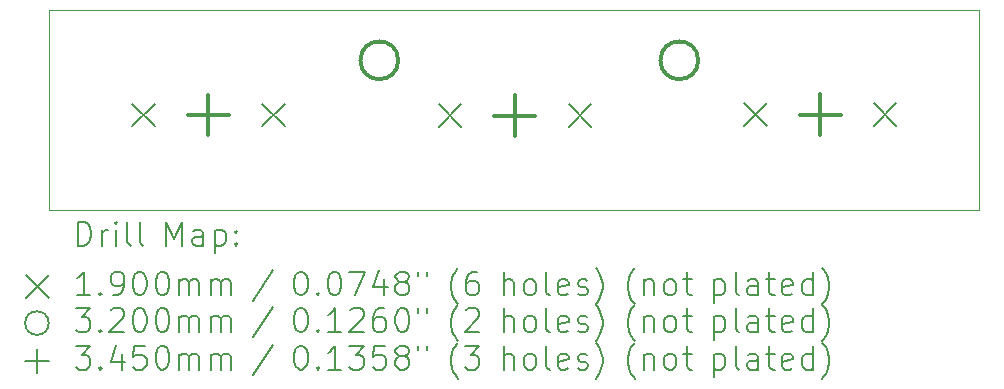
<source format=gbr>
%TF.GenerationSoftware,KiCad,Pcbnew,(7.0.0)*%
%TF.CreationDate,2023-05-23T21:52:25+07:00*%
%TF.ProjectId,bottom_keyboard_pcb,626f7474-6f6d-45f6-9b65-79626f617264,rev?*%
%TF.SameCoordinates,Original*%
%TF.FileFunction,Drillmap*%
%TF.FilePolarity,Positive*%
%FSLAX45Y45*%
G04 Gerber Fmt 4.5, Leading zero omitted, Abs format (unit mm)*
G04 Created by KiCad (PCBNEW (7.0.0)) date 2023-05-23 21:52:25*
%MOMM*%
%LPD*%
G01*
G04 APERTURE LIST*
%ADD10C,0.100000*%
%ADD11C,0.200000*%
%ADD12C,0.190000*%
%ADD13C,0.320000*%
%ADD14C,0.345000*%
G04 APERTURE END LIST*
D10*
X10033000Y-8842404D02*
X17907000Y-8842404D01*
X17907000Y-8842404D02*
X17907000Y-10541000D01*
X17907000Y-10541000D02*
X10033000Y-10541000D01*
X10033000Y-10541000D02*
X10033000Y-8842404D01*
D11*
D12*
X10734526Y-9639210D02*
X10924526Y-9829210D01*
X10924526Y-9639210D02*
X10734526Y-9829210D01*
X11834526Y-9639210D02*
X12024526Y-9829210D01*
X12024526Y-9639210D02*
X11834526Y-9829210D01*
X13329000Y-9645000D02*
X13519000Y-9835000D01*
X13519000Y-9645000D02*
X13329000Y-9835000D01*
X14429000Y-9645000D02*
X14619000Y-9835000D01*
X14619000Y-9645000D02*
X14429000Y-9835000D01*
X15915551Y-9635802D02*
X16105551Y-9825802D01*
X16105551Y-9635802D02*
X15915551Y-9825802D01*
X17015552Y-9635802D02*
X17205552Y-9825802D01*
X17205552Y-9635802D02*
X17015552Y-9825802D01*
D13*
X12987000Y-9271000D02*
G75*
G03*
X12987000Y-9271000I-160000J0D01*
G01*
X15527000Y-9271000D02*
G75*
G03*
X15527000Y-9271000I-160000J0D01*
G01*
D14*
X11379526Y-9561710D02*
X11379526Y-9906710D01*
X11207026Y-9734210D02*
X11552026Y-9734210D01*
X13974000Y-9567500D02*
X13974000Y-9912500D01*
X13801500Y-9740000D02*
X14146500Y-9740000D01*
X16560551Y-9558302D02*
X16560551Y-9903302D01*
X16388051Y-9730802D02*
X16733051Y-9730802D01*
D11*
X10275619Y-10839476D02*
X10275619Y-10639476D01*
X10275619Y-10639476D02*
X10323238Y-10639476D01*
X10323238Y-10639476D02*
X10351810Y-10649000D01*
X10351810Y-10649000D02*
X10370857Y-10668048D01*
X10370857Y-10668048D02*
X10380381Y-10687095D01*
X10380381Y-10687095D02*
X10389905Y-10725190D01*
X10389905Y-10725190D02*
X10389905Y-10753762D01*
X10389905Y-10753762D02*
X10380381Y-10791857D01*
X10380381Y-10791857D02*
X10370857Y-10810905D01*
X10370857Y-10810905D02*
X10351810Y-10829952D01*
X10351810Y-10829952D02*
X10323238Y-10839476D01*
X10323238Y-10839476D02*
X10275619Y-10839476D01*
X10475619Y-10839476D02*
X10475619Y-10706143D01*
X10475619Y-10744238D02*
X10485143Y-10725190D01*
X10485143Y-10725190D02*
X10494667Y-10715667D01*
X10494667Y-10715667D02*
X10513714Y-10706143D01*
X10513714Y-10706143D02*
X10532762Y-10706143D01*
X10599429Y-10839476D02*
X10599429Y-10706143D01*
X10599429Y-10639476D02*
X10589905Y-10649000D01*
X10589905Y-10649000D02*
X10599429Y-10658524D01*
X10599429Y-10658524D02*
X10608952Y-10649000D01*
X10608952Y-10649000D02*
X10599429Y-10639476D01*
X10599429Y-10639476D02*
X10599429Y-10658524D01*
X10723238Y-10839476D02*
X10704190Y-10829952D01*
X10704190Y-10829952D02*
X10694667Y-10810905D01*
X10694667Y-10810905D02*
X10694667Y-10639476D01*
X10828000Y-10839476D02*
X10808952Y-10829952D01*
X10808952Y-10829952D02*
X10799429Y-10810905D01*
X10799429Y-10810905D02*
X10799429Y-10639476D01*
X11024190Y-10839476D02*
X11024190Y-10639476D01*
X11024190Y-10639476D02*
X11090857Y-10782333D01*
X11090857Y-10782333D02*
X11157524Y-10639476D01*
X11157524Y-10639476D02*
X11157524Y-10839476D01*
X11338476Y-10839476D02*
X11338476Y-10734714D01*
X11338476Y-10734714D02*
X11328952Y-10715667D01*
X11328952Y-10715667D02*
X11309905Y-10706143D01*
X11309905Y-10706143D02*
X11271809Y-10706143D01*
X11271809Y-10706143D02*
X11252762Y-10715667D01*
X11338476Y-10829952D02*
X11319428Y-10839476D01*
X11319428Y-10839476D02*
X11271809Y-10839476D01*
X11271809Y-10839476D02*
X11252762Y-10829952D01*
X11252762Y-10829952D02*
X11243238Y-10810905D01*
X11243238Y-10810905D02*
X11243238Y-10791857D01*
X11243238Y-10791857D02*
X11252762Y-10772810D01*
X11252762Y-10772810D02*
X11271809Y-10763286D01*
X11271809Y-10763286D02*
X11319428Y-10763286D01*
X11319428Y-10763286D02*
X11338476Y-10753762D01*
X11433714Y-10706143D02*
X11433714Y-10906143D01*
X11433714Y-10715667D02*
X11452762Y-10706143D01*
X11452762Y-10706143D02*
X11490857Y-10706143D01*
X11490857Y-10706143D02*
X11509905Y-10715667D01*
X11509905Y-10715667D02*
X11519428Y-10725190D01*
X11519428Y-10725190D02*
X11528952Y-10744238D01*
X11528952Y-10744238D02*
X11528952Y-10801381D01*
X11528952Y-10801381D02*
X11519428Y-10820429D01*
X11519428Y-10820429D02*
X11509905Y-10829952D01*
X11509905Y-10829952D02*
X11490857Y-10839476D01*
X11490857Y-10839476D02*
X11452762Y-10839476D01*
X11452762Y-10839476D02*
X11433714Y-10829952D01*
X11614667Y-10820429D02*
X11624190Y-10829952D01*
X11624190Y-10829952D02*
X11614667Y-10839476D01*
X11614667Y-10839476D02*
X11605143Y-10829952D01*
X11605143Y-10829952D02*
X11614667Y-10820429D01*
X11614667Y-10820429D02*
X11614667Y-10839476D01*
X11614667Y-10715667D02*
X11624190Y-10725190D01*
X11624190Y-10725190D02*
X11614667Y-10734714D01*
X11614667Y-10734714D02*
X11605143Y-10725190D01*
X11605143Y-10725190D02*
X11614667Y-10715667D01*
X11614667Y-10715667D02*
X11614667Y-10734714D01*
D12*
X9838000Y-11091000D02*
X10028000Y-11281000D01*
X10028000Y-11091000D02*
X9838000Y-11281000D01*
D11*
X10380381Y-11259476D02*
X10266095Y-11259476D01*
X10323238Y-11259476D02*
X10323238Y-11059476D01*
X10323238Y-11059476D02*
X10304190Y-11088048D01*
X10304190Y-11088048D02*
X10285143Y-11107095D01*
X10285143Y-11107095D02*
X10266095Y-11116619D01*
X10466095Y-11240428D02*
X10475619Y-11249952D01*
X10475619Y-11249952D02*
X10466095Y-11259476D01*
X10466095Y-11259476D02*
X10456571Y-11249952D01*
X10456571Y-11249952D02*
X10466095Y-11240428D01*
X10466095Y-11240428D02*
X10466095Y-11259476D01*
X10570857Y-11259476D02*
X10608952Y-11259476D01*
X10608952Y-11259476D02*
X10628000Y-11249952D01*
X10628000Y-11249952D02*
X10637524Y-11240428D01*
X10637524Y-11240428D02*
X10656571Y-11211857D01*
X10656571Y-11211857D02*
X10666095Y-11173762D01*
X10666095Y-11173762D02*
X10666095Y-11097571D01*
X10666095Y-11097571D02*
X10656571Y-11078524D01*
X10656571Y-11078524D02*
X10647048Y-11069000D01*
X10647048Y-11069000D02*
X10628000Y-11059476D01*
X10628000Y-11059476D02*
X10589905Y-11059476D01*
X10589905Y-11059476D02*
X10570857Y-11069000D01*
X10570857Y-11069000D02*
X10561333Y-11078524D01*
X10561333Y-11078524D02*
X10551810Y-11097571D01*
X10551810Y-11097571D02*
X10551810Y-11145190D01*
X10551810Y-11145190D02*
X10561333Y-11164238D01*
X10561333Y-11164238D02*
X10570857Y-11173762D01*
X10570857Y-11173762D02*
X10589905Y-11183286D01*
X10589905Y-11183286D02*
X10628000Y-11183286D01*
X10628000Y-11183286D02*
X10647048Y-11173762D01*
X10647048Y-11173762D02*
X10656571Y-11164238D01*
X10656571Y-11164238D02*
X10666095Y-11145190D01*
X10789905Y-11059476D02*
X10808952Y-11059476D01*
X10808952Y-11059476D02*
X10828000Y-11069000D01*
X10828000Y-11069000D02*
X10837524Y-11078524D01*
X10837524Y-11078524D02*
X10847048Y-11097571D01*
X10847048Y-11097571D02*
X10856571Y-11135667D01*
X10856571Y-11135667D02*
X10856571Y-11183286D01*
X10856571Y-11183286D02*
X10847048Y-11221381D01*
X10847048Y-11221381D02*
X10837524Y-11240428D01*
X10837524Y-11240428D02*
X10828000Y-11249952D01*
X10828000Y-11249952D02*
X10808952Y-11259476D01*
X10808952Y-11259476D02*
X10789905Y-11259476D01*
X10789905Y-11259476D02*
X10770857Y-11249952D01*
X10770857Y-11249952D02*
X10761333Y-11240428D01*
X10761333Y-11240428D02*
X10751810Y-11221381D01*
X10751810Y-11221381D02*
X10742286Y-11183286D01*
X10742286Y-11183286D02*
X10742286Y-11135667D01*
X10742286Y-11135667D02*
X10751810Y-11097571D01*
X10751810Y-11097571D02*
X10761333Y-11078524D01*
X10761333Y-11078524D02*
X10770857Y-11069000D01*
X10770857Y-11069000D02*
X10789905Y-11059476D01*
X10980381Y-11059476D02*
X10999429Y-11059476D01*
X10999429Y-11059476D02*
X11018476Y-11069000D01*
X11018476Y-11069000D02*
X11028000Y-11078524D01*
X11028000Y-11078524D02*
X11037524Y-11097571D01*
X11037524Y-11097571D02*
X11047048Y-11135667D01*
X11047048Y-11135667D02*
X11047048Y-11183286D01*
X11047048Y-11183286D02*
X11037524Y-11221381D01*
X11037524Y-11221381D02*
X11028000Y-11240428D01*
X11028000Y-11240428D02*
X11018476Y-11249952D01*
X11018476Y-11249952D02*
X10999429Y-11259476D01*
X10999429Y-11259476D02*
X10980381Y-11259476D01*
X10980381Y-11259476D02*
X10961333Y-11249952D01*
X10961333Y-11249952D02*
X10951810Y-11240428D01*
X10951810Y-11240428D02*
X10942286Y-11221381D01*
X10942286Y-11221381D02*
X10932762Y-11183286D01*
X10932762Y-11183286D02*
X10932762Y-11135667D01*
X10932762Y-11135667D02*
X10942286Y-11097571D01*
X10942286Y-11097571D02*
X10951810Y-11078524D01*
X10951810Y-11078524D02*
X10961333Y-11069000D01*
X10961333Y-11069000D02*
X10980381Y-11059476D01*
X11132762Y-11259476D02*
X11132762Y-11126143D01*
X11132762Y-11145190D02*
X11142286Y-11135667D01*
X11142286Y-11135667D02*
X11161333Y-11126143D01*
X11161333Y-11126143D02*
X11189905Y-11126143D01*
X11189905Y-11126143D02*
X11208952Y-11135667D01*
X11208952Y-11135667D02*
X11218476Y-11154714D01*
X11218476Y-11154714D02*
X11218476Y-11259476D01*
X11218476Y-11154714D02*
X11228000Y-11135667D01*
X11228000Y-11135667D02*
X11247048Y-11126143D01*
X11247048Y-11126143D02*
X11275619Y-11126143D01*
X11275619Y-11126143D02*
X11294667Y-11135667D01*
X11294667Y-11135667D02*
X11304190Y-11154714D01*
X11304190Y-11154714D02*
X11304190Y-11259476D01*
X11399429Y-11259476D02*
X11399429Y-11126143D01*
X11399429Y-11145190D02*
X11408952Y-11135667D01*
X11408952Y-11135667D02*
X11428000Y-11126143D01*
X11428000Y-11126143D02*
X11456571Y-11126143D01*
X11456571Y-11126143D02*
X11475619Y-11135667D01*
X11475619Y-11135667D02*
X11485143Y-11154714D01*
X11485143Y-11154714D02*
X11485143Y-11259476D01*
X11485143Y-11154714D02*
X11494667Y-11135667D01*
X11494667Y-11135667D02*
X11513714Y-11126143D01*
X11513714Y-11126143D02*
X11542286Y-11126143D01*
X11542286Y-11126143D02*
X11561333Y-11135667D01*
X11561333Y-11135667D02*
X11570857Y-11154714D01*
X11570857Y-11154714D02*
X11570857Y-11259476D01*
X11928952Y-11049952D02*
X11757524Y-11307095D01*
X12153714Y-11059476D02*
X12172762Y-11059476D01*
X12172762Y-11059476D02*
X12191810Y-11069000D01*
X12191810Y-11069000D02*
X12201333Y-11078524D01*
X12201333Y-11078524D02*
X12210857Y-11097571D01*
X12210857Y-11097571D02*
X12220381Y-11135667D01*
X12220381Y-11135667D02*
X12220381Y-11183286D01*
X12220381Y-11183286D02*
X12210857Y-11221381D01*
X12210857Y-11221381D02*
X12201333Y-11240428D01*
X12201333Y-11240428D02*
X12191810Y-11249952D01*
X12191810Y-11249952D02*
X12172762Y-11259476D01*
X12172762Y-11259476D02*
X12153714Y-11259476D01*
X12153714Y-11259476D02*
X12134667Y-11249952D01*
X12134667Y-11249952D02*
X12125143Y-11240428D01*
X12125143Y-11240428D02*
X12115619Y-11221381D01*
X12115619Y-11221381D02*
X12106095Y-11183286D01*
X12106095Y-11183286D02*
X12106095Y-11135667D01*
X12106095Y-11135667D02*
X12115619Y-11097571D01*
X12115619Y-11097571D02*
X12125143Y-11078524D01*
X12125143Y-11078524D02*
X12134667Y-11069000D01*
X12134667Y-11069000D02*
X12153714Y-11059476D01*
X12306095Y-11240428D02*
X12315619Y-11249952D01*
X12315619Y-11249952D02*
X12306095Y-11259476D01*
X12306095Y-11259476D02*
X12296571Y-11249952D01*
X12296571Y-11249952D02*
X12306095Y-11240428D01*
X12306095Y-11240428D02*
X12306095Y-11259476D01*
X12439429Y-11059476D02*
X12458476Y-11059476D01*
X12458476Y-11059476D02*
X12477524Y-11069000D01*
X12477524Y-11069000D02*
X12487048Y-11078524D01*
X12487048Y-11078524D02*
X12496571Y-11097571D01*
X12496571Y-11097571D02*
X12506095Y-11135667D01*
X12506095Y-11135667D02*
X12506095Y-11183286D01*
X12506095Y-11183286D02*
X12496571Y-11221381D01*
X12496571Y-11221381D02*
X12487048Y-11240428D01*
X12487048Y-11240428D02*
X12477524Y-11249952D01*
X12477524Y-11249952D02*
X12458476Y-11259476D01*
X12458476Y-11259476D02*
X12439429Y-11259476D01*
X12439429Y-11259476D02*
X12420381Y-11249952D01*
X12420381Y-11249952D02*
X12410857Y-11240428D01*
X12410857Y-11240428D02*
X12401333Y-11221381D01*
X12401333Y-11221381D02*
X12391810Y-11183286D01*
X12391810Y-11183286D02*
X12391810Y-11135667D01*
X12391810Y-11135667D02*
X12401333Y-11097571D01*
X12401333Y-11097571D02*
X12410857Y-11078524D01*
X12410857Y-11078524D02*
X12420381Y-11069000D01*
X12420381Y-11069000D02*
X12439429Y-11059476D01*
X12572762Y-11059476D02*
X12706095Y-11059476D01*
X12706095Y-11059476D02*
X12620381Y-11259476D01*
X12868000Y-11126143D02*
X12868000Y-11259476D01*
X12820381Y-11049952D02*
X12772762Y-11192809D01*
X12772762Y-11192809D02*
X12896571Y-11192809D01*
X13001333Y-11145190D02*
X12982286Y-11135667D01*
X12982286Y-11135667D02*
X12972762Y-11126143D01*
X12972762Y-11126143D02*
X12963238Y-11107095D01*
X12963238Y-11107095D02*
X12963238Y-11097571D01*
X12963238Y-11097571D02*
X12972762Y-11078524D01*
X12972762Y-11078524D02*
X12982286Y-11069000D01*
X12982286Y-11069000D02*
X13001333Y-11059476D01*
X13001333Y-11059476D02*
X13039429Y-11059476D01*
X13039429Y-11059476D02*
X13058476Y-11069000D01*
X13058476Y-11069000D02*
X13068000Y-11078524D01*
X13068000Y-11078524D02*
X13077524Y-11097571D01*
X13077524Y-11097571D02*
X13077524Y-11107095D01*
X13077524Y-11107095D02*
X13068000Y-11126143D01*
X13068000Y-11126143D02*
X13058476Y-11135667D01*
X13058476Y-11135667D02*
X13039429Y-11145190D01*
X13039429Y-11145190D02*
X13001333Y-11145190D01*
X13001333Y-11145190D02*
X12982286Y-11154714D01*
X12982286Y-11154714D02*
X12972762Y-11164238D01*
X12972762Y-11164238D02*
X12963238Y-11183286D01*
X12963238Y-11183286D02*
X12963238Y-11221381D01*
X12963238Y-11221381D02*
X12972762Y-11240428D01*
X12972762Y-11240428D02*
X12982286Y-11249952D01*
X12982286Y-11249952D02*
X13001333Y-11259476D01*
X13001333Y-11259476D02*
X13039429Y-11259476D01*
X13039429Y-11259476D02*
X13058476Y-11249952D01*
X13058476Y-11249952D02*
X13068000Y-11240428D01*
X13068000Y-11240428D02*
X13077524Y-11221381D01*
X13077524Y-11221381D02*
X13077524Y-11183286D01*
X13077524Y-11183286D02*
X13068000Y-11164238D01*
X13068000Y-11164238D02*
X13058476Y-11154714D01*
X13058476Y-11154714D02*
X13039429Y-11145190D01*
X13153714Y-11059476D02*
X13153714Y-11097571D01*
X13229905Y-11059476D02*
X13229905Y-11097571D01*
X13492762Y-11335667D02*
X13483238Y-11326143D01*
X13483238Y-11326143D02*
X13464191Y-11297571D01*
X13464191Y-11297571D02*
X13454667Y-11278524D01*
X13454667Y-11278524D02*
X13445143Y-11249952D01*
X13445143Y-11249952D02*
X13435619Y-11202333D01*
X13435619Y-11202333D02*
X13435619Y-11164238D01*
X13435619Y-11164238D02*
X13445143Y-11116619D01*
X13445143Y-11116619D02*
X13454667Y-11088048D01*
X13454667Y-11088048D02*
X13464191Y-11069000D01*
X13464191Y-11069000D02*
X13483238Y-11040429D01*
X13483238Y-11040429D02*
X13492762Y-11030905D01*
X13654667Y-11059476D02*
X13616571Y-11059476D01*
X13616571Y-11059476D02*
X13597524Y-11069000D01*
X13597524Y-11069000D02*
X13588000Y-11078524D01*
X13588000Y-11078524D02*
X13568952Y-11107095D01*
X13568952Y-11107095D02*
X13559429Y-11145190D01*
X13559429Y-11145190D02*
X13559429Y-11221381D01*
X13559429Y-11221381D02*
X13568952Y-11240428D01*
X13568952Y-11240428D02*
X13578476Y-11249952D01*
X13578476Y-11249952D02*
X13597524Y-11259476D01*
X13597524Y-11259476D02*
X13635619Y-11259476D01*
X13635619Y-11259476D02*
X13654667Y-11249952D01*
X13654667Y-11249952D02*
X13664191Y-11240428D01*
X13664191Y-11240428D02*
X13673714Y-11221381D01*
X13673714Y-11221381D02*
X13673714Y-11173762D01*
X13673714Y-11173762D02*
X13664191Y-11154714D01*
X13664191Y-11154714D02*
X13654667Y-11145190D01*
X13654667Y-11145190D02*
X13635619Y-11135667D01*
X13635619Y-11135667D02*
X13597524Y-11135667D01*
X13597524Y-11135667D02*
X13578476Y-11145190D01*
X13578476Y-11145190D02*
X13568952Y-11154714D01*
X13568952Y-11154714D02*
X13559429Y-11173762D01*
X13879429Y-11259476D02*
X13879429Y-11059476D01*
X13965143Y-11259476D02*
X13965143Y-11154714D01*
X13965143Y-11154714D02*
X13955619Y-11135667D01*
X13955619Y-11135667D02*
X13936572Y-11126143D01*
X13936572Y-11126143D02*
X13908000Y-11126143D01*
X13908000Y-11126143D02*
X13888952Y-11135667D01*
X13888952Y-11135667D02*
X13879429Y-11145190D01*
X14088952Y-11259476D02*
X14069905Y-11249952D01*
X14069905Y-11249952D02*
X14060381Y-11240428D01*
X14060381Y-11240428D02*
X14050857Y-11221381D01*
X14050857Y-11221381D02*
X14050857Y-11164238D01*
X14050857Y-11164238D02*
X14060381Y-11145190D01*
X14060381Y-11145190D02*
X14069905Y-11135667D01*
X14069905Y-11135667D02*
X14088952Y-11126143D01*
X14088952Y-11126143D02*
X14117524Y-11126143D01*
X14117524Y-11126143D02*
X14136572Y-11135667D01*
X14136572Y-11135667D02*
X14146095Y-11145190D01*
X14146095Y-11145190D02*
X14155619Y-11164238D01*
X14155619Y-11164238D02*
X14155619Y-11221381D01*
X14155619Y-11221381D02*
X14146095Y-11240428D01*
X14146095Y-11240428D02*
X14136572Y-11249952D01*
X14136572Y-11249952D02*
X14117524Y-11259476D01*
X14117524Y-11259476D02*
X14088952Y-11259476D01*
X14269905Y-11259476D02*
X14250857Y-11249952D01*
X14250857Y-11249952D02*
X14241333Y-11230905D01*
X14241333Y-11230905D02*
X14241333Y-11059476D01*
X14422286Y-11249952D02*
X14403238Y-11259476D01*
X14403238Y-11259476D02*
X14365143Y-11259476D01*
X14365143Y-11259476D02*
X14346095Y-11249952D01*
X14346095Y-11249952D02*
X14336572Y-11230905D01*
X14336572Y-11230905D02*
X14336572Y-11154714D01*
X14336572Y-11154714D02*
X14346095Y-11135667D01*
X14346095Y-11135667D02*
X14365143Y-11126143D01*
X14365143Y-11126143D02*
X14403238Y-11126143D01*
X14403238Y-11126143D02*
X14422286Y-11135667D01*
X14422286Y-11135667D02*
X14431810Y-11154714D01*
X14431810Y-11154714D02*
X14431810Y-11173762D01*
X14431810Y-11173762D02*
X14336572Y-11192809D01*
X14508000Y-11249952D02*
X14527048Y-11259476D01*
X14527048Y-11259476D02*
X14565143Y-11259476D01*
X14565143Y-11259476D02*
X14584191Y-11249952D01*
X14584191Y-11249952D02*
X14593714Y-11230905D01*
X14593714Y-11230905D02*
X14593714Y-11221381D01*
X14593714Y-11221381D02*
X14584191Y-11202333D01*
X14584191Y-11202333D02*
X14565143Y-11192809D01*
X14565143Y-11192809D02*
X14536572Y-11192809D01*
X14536572Y-11192809D02*
X14517524Y-11183286D01*
X14517524Y-11183286D02*
X14508000Y-11164238D01*
X14508000Y-11164238D02*
X14508000Y-11154714D01*
X14508000Y-11154714D02*
X14517524Y-11135667D01*
X14517524Y-11135667D02*
X14536572Y-11126143D01*
X14536572Y-11126143D02*
X14565143Y-11126143D01*
X14565143Y-11126143D02*
X14584191Y-11135667D01*
X14660381Y-11335667D02*
X14669905Y-11326143D01*
X14669905Y-11326143D02*
X14688953Y-11297571D01*
X14688953Y-11297571D02*
X14698476Y-11278524D01*
X14698476Y-11278524D02*
X14708000Y-11249952D01*
X14708000Y-11249952D02*
X14717524Y-11202333D01*
X14717524Y-11202333D02*
X14717524Y-11164238D01*
X14717524Y-11164238D02*
X14708000Y-11116619D01*
X14708000Y-11116619D02*
X14698476Y-11088048D01*
X14698476Y-11088048D02*
X14688953Y-11069000D01*
X14688953Y-11069000D02*
X14669905Y-11040429D01*
X14669905Y-11040429D02*
X14660381Y-11030905D01*
X14989905Y-11335667D02*
X14980381Y-11326143D01*
X14980381Y-11326143D02*
X14961333Y-11297571D01*
X14961333Y-11297571D02*
X14951810Y-11278524D01*
X14951810Y-11278524D02*
X14942286Y-11249952D01*
X14942286Y-11249952D02*
X14932762Y-11202333D01*
X14932762Y-11202333D02*
X14932762Y-11164238D01*
X14932762Y-11164238D02*
X14942286Y-11116619D01*
X14942286Y-11116619D02*
X14951810Y-11088048D01*
X14951810Y-11088048D02*
X14961333Y-11069000D01*
X14961333Y-11069000D02*
X14980381Y-11040429D01*
X14980381Y-11040429D02*
X14989905Y-11030905D01*
X15066095Y-11126143D02*
X15066095Y-11259476D01*
X15066095Y-11145190D02*
X15075619Y-11135667D01*
X15075619Y-11135667D02*
X15094667Y-11126143D01*
X15094667Y-11126143D02*
X15123238Y-11126143D01*
X15123238Y-11126143D02*
X15142286Y-11135667D01*
X15142286Y-11135667D02*
X15151810Y-11154714D01*
X15151810Y-11154714D02*
X15151810Y-11259476D01*
X15275619Y-11259476D02*
X15256572Y-11249952D01*
X15256572Y-11249952D02*
X15247048Y-11240428D01*
X15247048Y-11240428D02*
X15237524Y-11221381D01*
X15237524Y-11221381D02*
X15237524Y-11164238D01*
X15237524Y-11164238D02*
X15247048Y-11145190D01*
X15247048Y-11145190D02*
X15256572Y-11135667D01*
X15256572Y-11135667D02*
X15275619Y-11126143D01*
X15275619Y-11126143D02*
X15304191Y-11126143D01*
X15304191Y-11126143D02*
X15323238Y-11135667D01*
X15323238Y-11135667D02*
X15332762Y-11145190D01*
X15332762Y-11145190D02*
X15342286Y-11164238D01*
X15342286Y-11164238D02*
X15342286Y-11221381D01*
X15342286Y-11221381D02*
X15332762Y-11240428D01*
X15332762Y-11240428D02*
X15323238Y-11249952D01*
X15323238Y-11249952D02*
X15304191Y-11259476D01*
X15304191Y-11259476D02*
X15275619Y-11259476D01*
X15399429Y-11126143D02*
X15475619Y-11126143D01*
X15428000Y-11059476D02*
X15428000Y-11230905D01*
X15428000Y-11230905D02*
X15437524Y-11249952D01*
X15437524Y-11249952D02*
X15456572Y-11259476D01*
X15456572Y-11259476D02*
X15475619Y-11259476D01*
X15662286Y-11126143D02*
X15662286Y-11326143D01*
X15662286Y-11135667D02*
X15681333Y-11126143D01*
X15681333Y-11126143D02*
X15719429Y-11126143D01*
X15719429Y-11126143D02*
X15738476Y-11135667D01*
X15738476Y-11135667D02*
X15748000Y-11145190D01*
X15748000Y-11145190D02*
X15757524Y-11164238D01*
X15757524Y-11164238D02*
X15757524Y-11221381D01*
X15757524Y-11221381D02*
X15748000Y-11240428D01*
X15748000Y-11240428D02*
X15738476Y-11249952D01*
X15738476Y-11249952D02*
X15719429Y-11259476D01*
X15719429Y-11259476D02*
X15681333Y-11259476D01*
X15681333Y-11259476D02*
X15662286Y-11249952D01*
X15871810Y-11259476D02*
X15852762Y-11249952D01*
X15852762Y-11249952D02*
X15843238Y-11230905D01*
X15843238Y-11230905D02*
X15843238Y-11059476D01*
X16033714Y-11259476D02*
X16033714Y-11154714D01*
X16033714Y-11154714D02*
X16024191Y-11135667D01*
X16024191Y-11135667D02*
X16005143Y-11126143D01*
X16005143Y-11126143D02*
X15967048Y-11126143D01*
X15967048Y-11126143D02*
X15948000Y-11135667D01*
X16033714Y-11249952D02*
X16014667Y-11259476D01*
X16014667Y-11259476D02*
X15967048Y-11259476D01*
X15967048Y-11259476D02*
X15948000Y-11249952D01*
X15948000Y-11249952D02*
X15938476Y-11230905D01*
X15938476Y-11230905D02*
X15938476Y-11211857D01*
X15938476Y-11211857D02*
X15948000Y-11192809D01*
X15948000Y-11192809D02*
X15967048Y-11183286D01*
X15967048Y-11183286D02*
X16014667Y-11183286D01*
X16014667Y-11183286D02*
X16033714Y-11173762D01*
X16100381Y-11126143D02*
X16176572Y-11126143D01*
X16128953Y-11059476D02*
X16128953Y-11230905D01*
X16128953Y-11230905D02*
X16138476Y-11249952D01*
X16138476Y-11249952D02*
X16157524Y-11259476D01*
X16157524Y-11259476D02*
X16176572Y-11259476D01*
X16319429Y-11249952D02*
X16300381Y-11259476D01*
X16300381Y-11259476D02*
X16262286Y-11259476D01*
X16262286Y-11259476D02*
X16243238Y-11249952D01*
X16243238Y-11249952D02*
X16233714Y-11230905D01*
X16233714Y-11230905D02*
X16233714Y-11154714D01*
X16233714Y-11154714D02*
X16243238Y-11135667D01*
X16243238Y-11135667D02*
X16262286Y-11126143D01*
X16262286Y-11126143D02*
X16300381Y-11126143D01*
X16300381Y-11126143D02*
X16319429Y-11135667D01*
X16319429Y-11135667D02*
X16328953Y-11154714D01*
X16328953Y-11154714D02*
X16328953Y-11173762D01*
X16328953Y-11173762D02*
X16233714Y-11192809D01*
X16500381Y-11259476D02*
X16500381Y-11059476D01*
X16500381Y-11249952D02*
X16481334Y-11259476D01*
X16481334Y-11259476D02*
X16443238Y-11259476D01*
X16443238Y-11259476D02*
X16424191Y-11249952D01*
X16424191Y-11249952D02*
X16414667Y-11240428D01*
X16414667Y-11240428D02*
X16405143Y-11221381D01*
X16405143Y-11221381D02*
X16405143Y-11164238D01*
X16405143Y-11164238D02*
X16414667Y-11145190D01*
X16414667Y-11145190D02*
X16424191Y-11135667D01*
X16424191Y-11135667D02*
X16443238Y-11126143D01*
X16443238Y-11126143D02*
X16481334Y-11126143D01*
X16481334Y-11126143D02*
X16500381Y-11135667D01*
X16576572Y-11335667D02*
X16586095Y-11326143D01*
X16586095Y-11326143D02*
X16605143Y-11297571D01*
X16605143Y-11297571D02*
X16614667Y-11278524D01*
X16614667Y-11278524D02*
X16624191Y-11249952D01*
X16624191Y-11249952D02*
X16633714Y-11202333D01*
X16633714Y-11202333D02*
X16633714Y-11164238D01*
X16633714Y-11164238D02*
X16624191Y-11116619D01*
X16624191Y-11116619D02*
X16614667Y-11088048D01*
X16614667Y-11088048D02*
X16605143Y-11069000D01*
X16605143Y-11069000D02*
X16586095Y-11040429D01*
X16586095Y-11040429D02*
X16576572Y-11030905D01*
X10028000Y-11496000D02*
G75*
G03*
X10028000Y-11496000I-100000J0D01*
G01*
X10256571Y-11369476D02*
X10380381Y-11369476D01*
X10380381Y-11369476D02*
X10313714Y-11445667D01*
X10313714Y-11445667D02*
X10342286Y-11445667D01*
X10342286Y-11445667D02*
X10361333Y-11455190D01*
X10361333Y-11455190D02*
X10370857Y-11464714D01*
X10370857Y-11464714D02*
X10380381Y-11483762D01*
X10380381Y-11483762D02*
X10380381Y-11531381D01*
X10380381Y-11531381D02*
X10370857Y-11550428D01*
X10370857Y-11550428D02*
X10361333Y-11559952D01*
X10361333Y-11559952D02*
X10342286Y-11569476D01*
X10342286Y-11569476D02*
X10285143Y-11569476D01*
X10285143Y-11569476D02*
X10266095Y-11559952D01*
X10266095Y-11559952D02*
X10256571Y-11550428D01*
X10466095Y-11550428D02*
X10475619Y-11559952D01*
X10475619Y-11559952D02*
X10466095Y-11569476D01*
X10466095Y-11569476D02*
X10456571Y-11559952D01*
X10456571Y-11559952D02*
X10466095Y-11550428D01*
X10466095Y-11550428D02*
X10466095Y-11569476D01*
X10551810Y-11388524D02*
X10561333Y-11379000D01*
X10561333Y-11379000D02*
X10580381Y-11369476D01*
X10580381Y-11369476D02*
X10628000Y-11369476D01*
X10628000Y-11369476D02*
X10647048Y-11379000D01*
X10647048Y-11379000D02*
X10656571Y-11388524D01*
X10656571Y-11388524D02*
X10666095Y-11407571D01*
X10666095Y-11407571D02*
X10666095Y-11426619D01*
X10666095Y-11426619D02*
X10656571Y-11455190D01*
X10656571Y-11455190D02*
X10542286Y-11569476D01*
X10542286Y-11569476D02*
X10666095Y-11569476D01*
X10789905Y-11369476D02*
X10808952Y-11369476D01*
X10808952Y-11369476D02*
X10828000Y-11379000D01*
X10828000Y-11379000D02*
X10837524Y-11388524D01*
X10837524Y-11388524D02*
X10847048Y-11407571D01*
X10847048Y-11407571D02*
X10856571Y-11445667D01*
X10856571Y-11445667D02*
X10856571Y-11493286D01*
X10856571Y-11493286D02*
X10847048Y-11531381D01*
X10847048Y-11531381D02*
X10837524Y-11550428D01*
X10837524Y-11550428D02*
X10828000Y-11559952D01*
X10828000Y-11559952D02*
X10808952Y-11569476D01*
X10808952Y-11569476D02*
X10789905Y-11569476D01*
X10789905Y-11569476D02*
X10770857Y-11559952D01*
X10770857Y-11559952D02*
X10761333Y-11550428D01*
X10761333Y-11550428D02*
X10751810Y-11531381D01*
X10751810Y-11531381D02*
X10742286Y-11493286D01*
X10742286Y-11493286D02*
X10742286Y-11445667D01*
X10742286Y-11445667D02*
X10751810Y-11407571D01*
X10751810Y-11407571D02*
X10761333Y-11388524D01*
X10761333Y-11388524D02*
X10770857Y-11379000D01*
X10770857Y-11379000D02*
X10789905Y-11369476D01*
X10980381Y-11369476D02*
X10999429Y-11369476D01*
X10999429Y-11369476D02*
X11018476Y-11379000D01*
X11018476Y-11379000D02*
X11028000Y-11388524D01*
X11028000Y-11388524D02*
X11037524Y-11407571D01*
X11037524Y-11407571D02*
X11047048Y-11445667D01*
X11047048Y-11445667D02*
X11047048Y-11493286D01*
X11047048Y-11493286D02*
X11037524Y-11531381D01*
X11037524Y-11531381D02*
X11028000Y-11550428D01*
X11028000Y-11550428D02*
X11018476Y-11559952D01*
X11018476Y-11559952D02*
X10999429Y-11569476D01*
X10999429Y-11569476D02*
X10980381Y-11569476D01*
X10980381Y-11569476D02*
X10961333Y-11559952D01*
X10961333Y-11559952D02*
X10951810Y-11550428D01*
X10951810Y-11550428D02*
X10942286Y-11531381D01*
X10942286Y-11531381D02*
X10932762Y-11493286D01*
X10932762Y-11493286D02*
X10932762Y-11445667D01*
X10932762Y-11445667D02*
X10942286Y-11407571D01*
X10942286Y-11407571D02*
X10951810Y-11388524D01*
X10951810Y-11388524D02*
X10961333Y-11379000D01*
X10961333Y-11379000D02*
X10980381Y-11369476D01*
X11132762Y-11569476D02*
X11132762Y-11436143D01*
X11132762Y-11455190D02*
X11142286Y-11445667D01*
X11142286Y-11445667D02*
X11161333Y-11436143D01*
X11161333Y-11436143D02*
X11189905Y-11436143D01*
X11189905Y-11436143D02*
X11208952Y-11445667D01*
X11208952Y-11445667D02*
X11218476Y-11464714D01*
X11218476Y-11464714D02*
X11218476Y-11569476D01*
X11218476Y-11464714D02*
X11228000Y-11445667D01*
X11228000Y-11445667D02*
X11247048Y-11436143D01*
X11247048Y-11436143D02*
X11275619Y-11436143D01*
X11275619Y-11436143D02*
X11294667Y-11445667D01*
X11294667Y-11445667D02*
X11304190Y-11464714D01*
X11304190Y-11464714D02*
X11304190Y-11569476D01*
X11399429Y-11569476D02*
X11399429Y-11436143D01*
X11399429Y-11455190D02*
X11408952Y-11445667D01*
X11408952Y-11445667D02*
X11428000Y-11436143D01*
X11428000Y-11436143D02*
X11456571Y-11436143D01*
X11456571Y-11436143D02*
X11475619Y-11445667D01*
X11475619Y-11445667D02*
X11485143Y-11464714D01*
X11485143Y-11464714D02*
X11485143Y-11569476D01*
X11485143Y-11464714D02*
X11494667Y-11445667D01*
X11494667Y-11445667D02*
X11513714Y-11436143D01*
X11513714Y-11436143D02*
X11542286Y-11436143D01*
X11542286Y-11436143D02*
X11561333Y-11445667D01*
X11561333Y-11445667D02*
X11570857Y-11464714D01*
X11570857Y-11464714D02*
X11570857Y-11569476D01*
X11928952Y-11359952D02*
X11757524Y-11617095D01*
X12153714Y-11369476D02*
X12172762Y-11369476D01*
X12172762Y-11369476D02*
X12191810Y-11379000D01*
X12191810Y-11379000D02*
X12201333Y-11388524D01*
X12201333Y-11388524D02*
X12210857Y-11407571D01*
X12210857Y-11407571D02*
X12220381Y-11445667D01*
X12220381Y-11445667D02*
X12220381Y-11493286D01*
X12220381Y-11493286D02*
X12210857Y-11531381D01*
X12210857Y-11531381D02*
X12201333Y-11550428D01*
X12201333Y-11550428D02*
X12191810Y-11559952D01*
X12191810Y-11559952D02*
X12172762Y-11569476D01*
X12172762Y-11569476D02*
X12153714Y-11569476D01*
X12153714Y-11569476D02*
X12134667Y-11559952D01*
X12134667Y-11559952D02*
X12125143Y-11550428D01*
X12125143Y-11550428D02*
X12115619Y-11531381D01*
X12115619Y-11531381D02*
X12106095Y-11493286D01*
X12106095Y-11493286D02*
X12106095Y-11445667D01*
X12106095Y-11445667D02*
X12115619Y-11407571D01*
X12115619Y-11407571D02*
X12125143Y-11388524D01*
X12125143Y-11388524D02*
X12134667Y-11379000D01*
X12134667Y-11379000D02*
X12153714Y-11369476D01*
X12306095Y-11550428D02*
X12315619Y-11559952D01*
X12315619Y-11559952D02*
X12306095Y-11569476D01*
X12306095Y-11569476D02*
X12296571Y-11559952D01*
X12296571Y-11559952D02*
X12306095Y-11550428D01*
X12306095Y-11550428D02*
X12306095Y-11569476D01*
X12506095Y-11569476D02*
X12391810Y-11569476D01*
X12448952Y-11569476D02*
X12448952Y-11369476D01*
X12448952Y-11369476D02*
X12429905Y-11398048D01*
X12429905Y-11398048D02*
X12410857Y-11417095D01*
X12410857Y-11417095D02*
X12391810Y-11426619D01*
X12582286Y-11388524D02*
X12591810Y-11379000D01*
X12591810Y-11379000D02*
X12610857Y-11369476D01*
X12610857Y-11369476D02*
X12658476Y-11369476D01*
X12658476Y-11369476D02*
X12677524Y-11379000D01*
X12677524Y-11379000D02*
X12687048Y-11388524D01*
X12687048Y-11388524D02*
X12696571Y-11407571D01*
X12696571Y-11407571D02*
X12696571Y-11426619D01*
X12696571Y-11426619D02*
X12687048Y-11455190D01*
X12687048Y-11455190D02*
X12572762Y-11569476D01*
X12572762Y-11569476D02*
X12696571Y-11569476D01*
X12868000Y-11369476D02*
X12829905Y-11369476D01*
X12829905Y-11369476D02*
X12810857Y-11379000D01*
X12810857Y-11379000D02*
X12801333Y-11388524D01*
X12801333Y-11388524D02*
X12782286Y-11417095D01*
X12782286Y-11417095D02*
X12772762Y-11455190D01*
X12772762Y-11455190D02*
X12772762Y-11531381D01*
X12772762Y-11531381D02*
X12782286Y-11550428D01*
X12782286Y-11550428D02*
X12791810Y-11559952D01*
X12791810Y-11559952D02*
X12810857Y-11569476D01*
X12810857Y-11569476D02*
X12848952Y-11569476D01*
X12848952Y-11569476D02*
X12868000Y-11559952D01*
X12868000Y-11559952D02*
X12877524Y-11550428D01*
X12877524Y-11550428D02*
X12887048Y-11531381D01*
X12887048Y-11531381D02*
X12887048Y-11483762D01*
X12887048Y-11483762D02*
X12877524Y-11464714D01*
X12877524Y-11464714D02*
X12868000Y-11455190D01*
X12868000Y-11455190D02*
X12848952Y-11445667D01*
X12848952Y-11445667D02*
X12810857Y-11445667D01*
X12810857Y-11445667D02*
X12791810Y-11455190D01*
X12791810Y-11455190D02*
X12782286Y-11464714D01*
X12782286Y-11464714D02*
X12772762Y-11483762D01*
X13010857Y-11369476D02*
X13029905Y-11369476D01*
X13029905Y-11369476D02*
X13048952Y-11379000D01*
X13048952Y-11379000D02*
X13058476Y-11388524D01*
X13058476Y-11388524D02*
X13068000Y-11407571D01*
X13068000Y-11407571D02*
X13077524Y-11445667D01*
X13077524Y-11445667D02*
X13077524Y-11493286D01*
X13077524Y-11493286D02*
X13068000Y-11531381D01*
X13068000Y-11531381D02*
X13058476Y-11550428D01*
X13058476Y-11550428D02*
X13048952Y-11559952D01*
X13048952Y-11559952D02*
X13029905Y-11569476D01*
X13029905Y-11569476D02*
X13010857Y-11569476D01*
X13010857Y-11569476D02*
X12991810Y-11559952D01*
X12991810Y-11559952D02*
X12982286Y-11550428D01*
X12982286Y-11550428D02*
X12972762Y-11531381D01*
X12972762Y-11531381D02*
X12963238Y-11493286D01*
X12963238Y-11493286D02*
X12963238Y-11445667D01*
X12963238Y-11445667D02*
X12972762Y-11407571D01*
X12972762Y-11407571D02*
X12982286Y-11388524D01*
X12982286Y-11388524D02*
X12991810Y-11379000D01*
X12991810Y-11379000D02*
X13010857Y-11369476D01*
X13153714Y-11369476D02*
X13153714Y-11407571D01*
X13229905Y-11369476D02*
X13229905Y-11407571D01*
X13492762Y-11645667D02*
X13483238Y-11636143D01*
X13483238Y-11636143D02*
X13464191Y-11607571D01*
X13464191Y-11607571D02*
X13454667Y-11588524D01*
X13454667Y-11588524D02*
X13445143Y-11559952D01*
X13445143Y-11559952D02*
X13435619Y-11512333D01*
X13435619Y-11512333D02*
X13435619Y-11474238D01*
X13435619Y-11474238D02*
X13445143Y-11426619D01*
X13445143Y-11426619D02*
X13454667Y-11398048D01*
X13454667Y-11398048D02*
X13464191Y-11379000D01*
X13464191Y-11379000D02*
X13483238Y-11350428D01*
X13483238Y-11350428D02*
X13492762Y-11340905D01*
X13559429Y-11388524D02*
X13568952Y-11379000D01*
X13568952Y-11379000D02*
X13588000Y-11369476D01*
X13588000Y-11369476D02*
X13635619Y-11369476D01*
X13635619Y-11369476D02*
X13654667Y-11379000D01*
X13654667Y-11379000D02*
X13664191Y-11388524D01*
X13664191Y-11388524D02*
X13673714Y-11407571D01*
X13673714Y-11407571D02*
X13673714Y-11426619D01*
X13673714Y-11426619D02*
X13664191Y-11455190D01*
X13664191Y-11455190D02*
X13549905Y-11569476D01*
X13549905Y-11569476D02*
X13673714Y-11569476D01*
X13879429Y-11569476D02*
X13879429Y-11369476D01*
X13965143Y-11569476D02*
X13965143Y-11464714D01*
X13965143Y-11464714D02*
X13955619Y-11445667D01*
X13955619Y-11445667D02*
X13936572Y-11436143D01*
X13936572Y-11436143D02*
X13908000Y-11436143D01*
X13908000Y-11436143D02*
X13888952Y-11445667D01*
X13888952Y-11445667D02*
X13879429Y-11455190D01*
X14088952Y-11569476D02*
X14069905Y-11559952D01*
X14069905Y-11559952D02*
X14060381Y-11550428D01*
X14060381Y-11550428D02*
X14050857Y-11531381D01*
X14050857Y-11531381D02*
X14050857Y-11474238D01*
X14050857Y-11474238D02*
X14060381Y-11455190D01*
X14060381Y-11455190D02*
X14069905Y-11445667D01*
X14069905Y-11445667D02*
X14088952Y-11436143D01*
X14088952Y-11436143D02*
X14117524Y-11436143D01*
X14117524Y-11436143D02*
X14136572Y-11445667D01*
X14136572Y-11445667D02*
X14146095Y-11455190D01*
X14146095Y-11455190D02*
X14155619Y-11474238D01*
X14155619Y-11474238D02*
X14155619Y-11531381D01*
X14155619Y-11531381D02*
X14146095Y-11550428D01*
X14146095Y-11550428D02*
X14136572Y-11559952D01*
X14136572Y-11559952D02*
X14117524Y-11569476D01*
X14117524Y-11569476D02*
X14088952Y-11569476D01*
X14269905Y-11569476D02*
X14250857Y-11559952D01*
X14250857Y-11559952D02*
X14241333Y-11540905D01*
X14241333Y-11540905D02*
X14241333Y-11369476D01*
X14422286Y-11559952D02*
X14403238Y-11569476D01*
X14403238Y-11569476D02*
X14365143Y-11569476D01*
X14365143Y-11569476D02*
X14346095Y-11559952D01*
X14346095Y-11559952D02*
X14336572Y-11540905D01*
X14336572Y-11540905D02*
X14336572Y-11464714D01*
X14336572Y-11464714D02*
X14346095Y-11445667D01*
X14346095Y-11445667D02*
X14365143Y-11436143D01*
X14365143Y-11436143D02*
X14403238Y-11436143D01*
X14403238Y-11436143D02*
X14422286Y-11445667D01*
X14422286Y-11445667D02*
X14431810Y-11464714D01*
X14431810Y-11464714D02*
X14431810Y-11483762D01*
X14431810Y-11483762D02*
X14336572Y-11502809D01*
X14508000Y-11559952D02*
X14527048Y-11569476D01*
X14527048Y-11569476D02*
X14565143Y-11569476D01*
X14565143Y-11569476D02*
X14584191Y-11559952D01*
X14584191Y-11559952D02*
X14593714Y-11540905D01*
X14593714Y-11540905D02*
X14593714Y-11531381D01*
X14593714Y-11531381D02*
X14584191Y-11512333D01*
X14584191Y-11512333D02*
X14565143Y-11502809D01*
X14565143Y-11502809D02*
X14536572Y-11502809D01*
X14536572Y-11502809D02*
X14517524Y-11493286D01*
X14517524Y-11493286D02*
X14508000Y-11474238D01*
X14508000Y-11474238D02*
X14508000Y-11464714D01*
X14508000Y-11464714D02*
X14517524Y-11445667D01*
X14517524Y-11445667D02*
X14536572Y-11436143D01*
X14536572Y-11436143D02*
X14565143Y-11436143D01*
X14565143Y-11436143D02*
X14584191Y-11445667D01*
X14660381Y-11645667D02*
X14669905Y-11636143D01*
X14669905Y-11636143D02*
X14688953Y-11607571D01*
X14688953Y-11607571D02*
X14698476Y-11588524D01*
X14698476Y-11588524D02*
X14708000Y-11559952D01*
X14708000Y-11559952D02*
X14717524Y-11512333D01*
X14717524Y-11512333D02*
X14717524Y-11474238D01*
X14717524Y-11474238D02*
X14708000Y-11426619D01*
X14708000Y-11426619D02*
X14698476Y-11398048D01*
X14698476Y-11398048D02*
X14688953Y-11379000D01*
X14688953Y-11379000D02*
X14669905Y-11350428D01*
X14669905Y-11350428D02*
X14660381Y-11340905D01*
X14989905Y-11645667D02*
X14980381Y-11636143D01*
X14980381Y-11636143D02*
X14961333Y-11607571D01*
X14961333Y-11607571D02*
X14951810Y-11588524D01*
X14951810Y-11588524D02*
X14942286Y-11559952D01*
X14942286Y-11559952D02*
X14932762Y-11512333D01*
X14932762Y-11512333D02*
X14932762Y-11474238D01*
X14932762Y-11474238D02*
X14942286Y-11426619D01*
X14942286Y-11426619D02*
X14951810Y-11398048D01*
X14951810Y-11398048D02*
X14961333Y-11379000D01*
X14961333Y-11379000D02*
X14980381Y-11350428D01*
X14980381Y-11350428D02*
X14989905Y-11340905D01*
X15066095Y-11436143D02*
X15066095Y-11569476D01*
X15066095Y-11455190D02*
X15075619Y-11445667D01*
X15075619Y-11445667D02*
X15094667Y-11436143D01*
X15094667Y-11436143D02*
X15123238Y-11436143D01*
X15123238Y-11436143D02*
X15142286Y-11445667D01*
X15142286Y-11445667D02*
X15151810Y-11464714D01*
X15151810Y-11464714D02*
X15151810Y-11569476D01*
X15275619Y-11569476D02*
X15256572Y-11559952D01*
X15256572Y-11559952D02*
X15247048Y-11550428D01*
X15247048Y-11550428D02*
X15237524Y-11531381D01*
X15237524Y-11531381D02*
X15237524Y-11474238D01*
X15237524Y-11474238D02*
X15247048Y-11455190D01*
X15247048Y-11455190D02*
X15256572Y-11445667D01*
X15256572Y-11445667D02*
X15275619Y-11436143D01*
X15275619Y-11436143D02*
X15304191Y-11436143D01*
X15304191Y-11436143D02*
X15323238Y-11445667D01*
X15323238Y-11445667D02*
X15332762Y-11455190D01*
X15332762Y-11455190D02*
X15342286Y-11474238D01*
X15342286Y-11474238D02*
X15342286Y-11531381D01*
X15342286Y-11531381D02*
X15332762Y-11550428D01*
X15332762Y-11550428D02*
X15323238Y-11559952D01*
X15323238Y-11559952D02*
X15304191Y-11569476D01*
X15304191Y-11569476D02*
X15275619Y-11569476D01*
X15399429Y-11436143D02*
X15475619Y-11436143D01*
X15428000Y-11369476D02*
X15428000Y-11540905D01*
X15428000Y-11540905D02*
X15437524Y-11559952D01*
X15437524Y-11559952D02*
X15456572Y-11569476D01*
X15456572Y-11569476D02*
X15475619Y-11569476D01*
X15662286Y-11436143D02*
X15662286Y-11636143D01*
X15662286Y-11445667D02*
X15681333Y-11436143D01*
X15681333Y-11436143D02*
X15719429Y-11436143D01*
X15719429Y-11436143D02*
X15738476Y-11445667D01*
X15738476Y-11445667D02*
X15748000Y-11455190D01*
X15748000Y-11455190D02*
X15757524Y-11474238D01*
X15757524Y-11474238D02*
X15757524Y-11531381D01*
X15757524Y-11531381D02*
X15748000Y-11550428D01*
X15748000Y-11550428D02*
X15738476Y-11559952D01*
X15738476Y-11559952D02*
X15719429Y-11569476D01*
X15719429Y-11569476D02*
X15681333Y-11569476D01*
X15681333Y-11569476D02*
X15662286Y-11559952D01*
X15871810Y-11569476D02*
X15852762Y-11559952D01*
X15852762Y-11559952D02*
X15843238Y-11540905D01*
X15843238Y-11540905D02*
X15843238Y-11369476D01*
X16033714Y-11569476D02*
X16033714Y-11464714D01*
X16033714Y-11464714D02*
X16024191Y-11445667D01*
X16024191Y-11445667D02*
X16005143Y-11436143D01*
X16005143Y-11436143D02*
X15967048Y-11436143D01*
X15967048Y-11436143D02*
X15948000Y-11445667D01*
X16033714Y-11559952D02*
X16014667Y-11569476D01*
X16014667Y-11569476D02*
X15967048Y-11569476D01*
X15967048Y-11569476D02*
X15948000Y-11559952D01*
X15948000Y-11559952D02*
X15938476Y-11540905D01*
X15938476Y-11540905D02*
X15938476Y-11521857D01*
X15938476Y-11521857D02*
X15948000Y-11502809D01*
X15948000Y-11502809D02*
X15967048Y-11493286D01*
X15967048Y-11493286D02*
X16014667Y-11493286D01*
X16014667Y-11493286D02*
X16033714Y-11483762D01*
X16100381Y-11436143D02*
X16176572Y-11436143D01*
X16128953Y-11369476D02*
X16128953Y-11540905D01*
X16128953Y-11540905D02*
X16138476Y-11559952D01*
X16138476Y-11559952D02*
X16157524Y-11569476D01*
X16157524Y-11569476D02*
X16176572Y-11569476D01*
X16319429Y-11559952D02*
X16300381Y-11569476D01*
X16300381Y-11569476D02*
X16262286Y-11569476D01*
X16262286Y-11569476D02*
X16243238Y-11559952D01*
X16243238Y-11559952D02*
X16233714Y-11540905D01*
X16233714Y-11540905D02*
X16233714Y-11464714D01*
X16233714Y-11464714D02*
X16243238Y-11445667D01*
X16243238Y-11445667D02*
X16262286Y-11436143D01*
X16262286Y-11436143D02*
X16300381Y-11436143D01*
X16300381Y-11436143D02*
X16319429Y-11445667D01*
X16319429Y-11445667D02*
X16328953Y-11464714D01*
X16328953Y-11464714D02*
X16328953Y-11483762D01*
X16328953Y-11483762D02*
X16233714Y-11502809D01*
X16500381Y-11569476D02*
X16500381Y-11369476D01*
X16500381Y-11559952D02*
X16481334Y-11569476D01*
X16481334Y-11569476D02*
X16443238Y-11569476D01*
X16443238Y-11569476D02*
X16424191Y-11559952D01*
X16424191Y-11559952D02*
X16414667Y-11550428D01*
X16414667Y-11550428D02*
X16405143Y-11531381D01*
X16405143Y-11531381D02*
X16405143Y-11474238D01*
X16405143Y-11474238D02*
X16414667Y-11455190D01*
X16414667Y-11455190D02*
X16424191Y-11445667D01*
X16424191Y-11445667D02*
X16443238Y-11436143D01*
X16443238Y-11436143D02*
X16481334Y-11436143D01*
X16481334Y-11436143D02*
X16500381Y-11445667D01*
X16576572Y-11645667D02*
X16586095Y-11636143D01*
X16586095Y-11636143D02*
X16605143Y-11607571D01*
X16605143Y-11607571D02*
X16614667Y-11588524D01*
X16614667Y-11588524D02*
X16624191Y-11559952D01*
X16624191Y-11559952D02*
X16633714Y-11512333D01*
X16633714Y-11512333D02*
X16633714Y-11474238D01*
X16633714Y-11474238D02*
X16624191Y-11426619D01*
X16624191Y-11426619D02*
X16614667Y-11398048D01*
X16614667Y-11398048D02*
X16605143Y-11379000D01*
X16605143Y-11379000D02*
X16586095Y-11350428D01*
X16586095Y-11350428D02*
X16576572Y-11340905D01*
X9928000Y-11716000D02*
X9928000Y-11916000D01*
X9828000Y-11816000D02*
X10028000Y-11816000D01*
X10256571Y-11689476D02*
X10380381Y-11689476D01*
X10380381Y-11689476D02*
X10313714Y-11765667D01*
X10313714Y-11765667D02*
X10342286Y-11765667D01*
X10342286Y-11765667D02*
X10361333Y-11775190D01*
X10361333Y-11775190D02*
X10370857Y-11784714D01*
X10370857Y-11784714D02*
X10380381Y-11803762D01*
X10380381Y-11803762D02*
X10380381Y-11851381D01*
X10380381Y-11851381D02*
X10370857Y-11870428D01*
X10370857Y-11870428D02*
X10361333Y-11879952D01*
X10361333Y-11879952D02*
X10342286Y-11889476D01*
X10342286Y-11889476D02*
X10285143Y-11889476D01*
X10285143Y-11889476D02*
X10266095Y-11879952D01*
X10266095Y-11879952D02*
X10256571Y-11870428D01*
X10466095Y-11870428D02*
X10475619Y-11879952D01*
X10475619Y-11879952D02*
X10466095Y-11889476D01*
X10466095Y-11889476D02*
X10456571Y-11879952D01*
X10456571Y-11879952D02*
X10466095Y-11870428D01*
X10466095Y-11870428D02*
X10466095Y-11889476D01*
X10647048Y-11756143D02*
X10647048Y-11889476D01*
X10599429Y-11679952D02*
X10551810Y-11822809D01*
X10551810Y-11822809D02*
X10675619Y-11822809D01*
X10847048Y-11689476D02*
X10751810Y-11689476D01*
X10751810Y-11689476D02*
X10742286Y-11784714D01*
X10742286Y-11784714D02*
X10751810Y-11775190D01*
X10751810Y-11775190D02*
X10770857Y-11765667D01*
X10770857Y-11765667D02*
X10818476Y-11765667D01*
X10818476Y-11765667D02*
X10837524Y-11775190D01*
X10837524Y-11775190D02*
X10847048Y-11784714D01*
X10847048Y-11784714D02*
X10856571Y-11803762D01*
X10856571Y-11803762D02*
X10856571Y-11851381D01*
X10856571Y-11851381D02*
X10847048Y-11870428D01*
X10847048Y-11870428D02*
X10837524Y-11879952D01*
X10837524Y-11879952D02*
X10818476Y-11889476D01*
X10818476Y-11889476D02*
X10770857Y-11889476D01*
X10770857Y-11889476D02*
X10751810Y-11879952D01*
X10751810Y-11879952D02*
X10742286Y-11870428D01*
X10980381Y-11689476D02*
X10999429Y-11689476D01*
X10999429Y-11689476D02*
X11018476Y-11699000D01*
X11018476Y-11699000D02*
X11028000Y-11708524D01*
X11028000Y-11708524D02*
X11037524Y-11727571D01*
X11037524Y-11727571D02*
X11047048Y-11765667D01*
X11047048Y-11765667D02*
X11047048Y-11813286D01*
X11047048Y-11813286D02*
X11037524Y-11851381D01*
X11037524Y-11851381D02*
X11028000Y-11870428D01*
X11028000Y-11870428D02*
X11018476Y-11879952D01*
X11018476Y-11879952D02*
X10999429Y-11889476D01*
X10999429Y-11889476D02*
X10980381Y-11889476D01*
X10980381Y-11889476D02*
X10961333Y-11879952D01*
X10961333Y-11879952D02*
X10951810Y-11870428D01*
X10951810Y-11870428D02*
X10942286Y-11851381D01*
X10942286Y-11851381D02*
X10932762Y-11813286D01*
X10932762Y-11813286D02*
X10932762Y-11765667D01*
X10932762Y-11765667D02*
X10942286Y-11727571D01*
X10942286Y-11727571D02*
X10951810Y-11708524D01*
X10951810Y-11708524D02*
X10961333Y-11699000D01*
X10961333Y-11699000D02*
X10980381Y-11689476D01*
X11132762Y-11889476D02*
X11132762Y-11756143D01*
X11132762Y-11775190D02*
X11142286Y-11765667D01*
X11142286Y-11765667D02*
X11161333Y-11756143D01*
X11161333Y-11756143D02*
X11189905Y-11756143D01*
X11189905Y-11756143D02*
X11208952Y-11765667D01*
X11208952Y-11765667D02*
X11218476Y-11784714D01*
X11218476Y-11784714D02*
X11218476Y-11889476D01*
X11218476Y-11784714D02*
X11228000Y-11765667D01*
X11228000Y-11765667D02*
X11247048Y-11756143D01*
X11247048Y-11756143D02*
X11275619Y-11756143D01*
X11275619Y-11756143D02*
X11294667Y-11765667D01*
X11294667Y-11765667D02*
X11304190Y-11784714D01*
X11304190Y-11784714D02*
X11304190Y-11889476D01*
X11399429Y-11889476D02*
X11399429Y-11756143D01*
X11399429Y-11775190D02*
X11408952Y-11765667D01*
X11408952Y-11765667D02*
X11428000Y-11756143D01*
X11428000Y-11756143D02*
X11456571Y-11756143D01*
X11456571Y-11756143D02*
X11475619Y-11765667D01*
X11475619Y-11765667D02*
X11485143Y-11784714D01*
X11485143Y-11784714D02*
X11485143Y-11889476D01*
X11485143Y-11784714D02*
X11494667Y-11765667D01*
X11494667Y-11765667D02*
X11513714Y-11756143D01*
X11513714Y-11756143D02*
X11542286Y-11756143D01*
X11542286Y-11756143D02*
X11561333Y-11765667D01*
X11561333Y-11765667D02*
X11570857Y-11784714D01*
X11570857Y-11784714D02*
X11570857Y-11889476D01*
X11928952Y-11679952D02*
X11757524Y-11937095D01*
X12153714Y-11689476D02*
X12172762Y-11689476D01*
X12172762Y-11689476D02*
X12191810Y-11699000D01*
X12191810Y-11699000D02*
X12201333Y-11708524D01*
X12201333Y-11708524D02*
X12210857Y-11727571D01*
X12210857Y-11727571D02*
X12220381Y-11765667D01*
X12220381Y-11765667D02*
X12220381Y-11813286D01*
X12220381Y-11813286D02*
X12210857Y-11851381D01*
X12210857Y-11851381D02*
X12201333Y-11870428D01*
X12201333Y-11870428D02*
X12191810Y-11879952D01*
X12191810Y-11879952D02*
X12172762Y-11889476D01*
X12172762Y-11889476D02*
X12153714Y-11889476D01*
X12153714Y-11889476D02*
X12134667Y-11879952D01*
X12134667Y-11879952D02*
X12125143Y-11870428D01*
X12125143Y-11870428D02*
X12115619Y-11851381D01*
X12115619Y-11851381D02*
X12106095Y-11813286D01*
X12106095Y-11813286D02*
X12106095Y-11765667D01*
X12106095Y-11765667D02*
X12115619Y-11727571D01*
X12115619Y-11727571D02*
X12125143Y-11708524D01*
X12125143Y-11708524D02*
X12134667Y-11699000D01*
X12134667Y-11699000D02*
X12153714Y-11689476D01*
X12306095Y-11870428D02*
X12315619Y-11879952D01*
X12315619Y-11879952D02*
X12306095Y-11889476D01*
X12306095Y-11889476D02*
X12296571Y-11879952D01*
X12296571Y-11879952D02*
X12306095Y-11870428D01*
X12306095Y-11870428D02*
X12306095Y-11889476D01*
X12506095Y-11889476D02*
X12391810Y-11889476D01*
X12448952Y-11889476D02*
X12448952Y-11689476D01*
X12448952Y-11689476D02*
X12429905Y-11718048D01*
X12429905Y-11718048D02*
X12410857Y-11737095D01*
X12410857Y-11737095D02*
X12391810Y-11746619D01*
X12572762Y-11689476D02*
X12696571Y-11689476D01*
X12696571Y-11689476D02*
X12629905Y-11765667D01*
X12629905Y-11765667D02*
X12658476Y-11765667D01*
X12658476Y-11765667D02*
X12677524Y-11775190D01*
X12677524Y-11775190D02*
X12687048Y-11784714D01*
X12687048Y-11784714D02*
X12696571Y-11803762D01*
X12696571Y-11803762D02*
X12696571Y-11851381D01*
X12696571Y-11851381D02*
X12687048Y-11870428D01*
X12687048Y-11870428D02*
X12677524Y-11879952D01*
X12677524Y-11879952D02*
X12658476Y-11889476D01*
X12658476Y-11889476D02*
X12601333Y-11889476D01*
X12601333Y-11889476D02*
X12582286Y-11879952D01*
X12582286Y-11879952D02*
X12572762Y-11870428D01*
X12877524Y-11689476D02*
X12782286Y-11689476D01*
X12782286Y-11689476D02*
X12772762Y-11784714D01*
X12772762Y-11784714D02*
X12782286Y-11775190D01*
X12782286Y-11775190D02*
X12801333Y-11765667D01*
X12801333Y-11765667D02*
X12848952Y-11765667D01*
X12848952Y-11765667D02*
X12868000Y-11775190D01*
X12868000Y-11775190D02*
X12877524Y-11784714D01*
X12877524Y-11784714D02*
X12887048Y-11803762D01*
X12887048Y-11803762D02*
X12887048Y-11851381D01*
X12887048Y-11851381D02*
X12877524Y-11870428D01*
X12877524Y-11870428D02*
X12868000Y-11879952D01*
X12868000Y-11879952D02*
X12848952Y-11889476D01*
X12848952Y-11889476D02*
X12801333Y-11889476D01*
X12801333Y-11889476D02*
X12782286Y-11879952D01*
X12782286Y-11879952D02*
X12772762Y-11870428D01*
X13001333Y-11775190D02*
X12982286Y-11765667D01*
X12982286Y-11765667D02*
X12972762Y-11756143D01*
X12972762Y-11756143D02*
X12963238Y-11737095D01*
X12963238Y-11737095D02*
X12963238Y-11727571D01*
X12963238Y-11727571D02*
X12972762Y-11708524D01*
X12972762Y-11708524D02*
X12982286Y-11699000D01*
X12982286Y-11699000D02*
X13001333Y-11689476D01*
X13001333Y-11689476D02*
X13039429Y-11689476D01*
X13039429Y-11689476D02*
X13058476Y-11699000D01*
X13058476Y-11699000D02*
X13068000Y-11708524D01*
X13068000Y-11708524D02*
X13077524Y-11727571D01*
X13077524Y-11727571D02*
X13077524Y-11737095D01*
X13077524Y-11737095D02*
X13068000Y-11756143D01*
X13068000Y-11756143D02*
X13058476Y-11765667D01*
X13058476Y-11765667D02*
X13039429Y-11775190D01*
X13039429Y-11775190D02*
X13001333Y-11775190D01*
X13001333Y-11775190D02*
X12982286Y-11784714D01*
X12982286Y-11784714D02*
X12972762Y-11794238D01*
X12972762Y-11794238D02*
X12963238Y-11813286D01*
X12963238Y-11813286D02*
X12963238Y-11851381D01*
X12963238Y-11851381D02*
X12972762Y-11870428D01*
X12972762Y-11870428D02*
X12982286Y-11879952D01*
X12982286Y-11879952D02*
X13001333Y-11889476D01*
X13001333Y-11889476D02*
X13039429Y-11889476D01*
X13039429Y-11889476D02*
X13058476Y-11879952D01*
X13058476Y-11879952D02*
X13068000Y-11870428D01*
X13068000Y-11870428D02*
X13077524Y-11851381D01*
X13077524Y-11851381D02*
X13077524Y-11813286D01*
X13077524Y-11813286D02*
X13068000Y-11794238D01*
X13068000Y-11794238D02*
X13058476Y-11784714D01*
X13058476Y-11784714D02*
X13039429Y-11775190D01*
X13153714Y-11689476D02*
X13153714Y-11727571D01*
X13229905Y-11689476D02*
X13229905Y-11727571D01*
X13492762Y-11965667D02*
X13483238Y-11956143D01*
X13483238Y-11956143D02*
X13464191Y-11927571D01*
X13464191Y-11927571D02*
X13454667Y-11908524D01*
X13454667Y-11908524D02*
X13445143Y-11879952D01*
X13445143Y-11879952D02*
X13435619Y-11832333D01*
X13435619Y-11832333D02*
X13435619Y-11794238D01*
X13435619Y-11794238D02*
X13445143Y-11746619D01*
X13445143Y-11746619D02*
X13454667Y-11718048D01*
X13454667Y-11718048D02*
X13464191Y-11699000D01*
X13464191Y-11699000D02*
X13483238Y-11670428D01*
X13483238Y-11670428D02*
X13492762Y-11660905D01*
X13549905Y-11689476D02*
X13673714Y-11689476D01*
X13673714Y-11689476D02*
X13607048Y-11765667D01*
X13607048Y-11765667D02*
X13635619Y-11765667D01*
X13635619Y-11765667D02*
X13654667Y-11775190D01*
X13654667Y-11775190D02*
X13664191Y-11784714D01*
X13664191Y-11784714D02*
X13673714Y-11803762D01*
X13673714Y-11803762D02*
X13673714Y-11851381D01*
X13673714Y-11851381D02*
X13664191Y-11870428D01*
X13664191Y-11870428D02*
X13654667Y-11879952D01*
X13654667Y-11879952D02*
X13635619Y-11889476D01*
X13635619Y-11889476D02*
X13578476Y-11889476D01*
X13578476Y-11889476D02*
X13559429Y-11879952D01*
X13559429Y-11879952D02*
X13549905Y-11870428D01*
X13879429Y-11889476D02*
X13879429Y-11689476D01*
X13965143Y-11889476D02*
X13965143Y-11784714D01*
X13965143Y-11784714D02*
X13955619Y-11765667D01*
X13955619Y-11765667D02*
X13936572Y-11756143D01*
X13936572Y-11756143D02*
X13908000Y-11756143D01*
X13908000Y-11756143D02*
X13888952Y-11765667D01*
X13888952Y-11765667D02*
X13879429Y-11775190D01*
X14088952Y-11889476D02*
X14069905Y-11879952D01*
X14069905Y-11879952D02*
X14060381Y-11870428D01*
X14060381Y-11870428D02*
X14050857Y-11851381D01*
X14050857Y-11851381D02*
X14050857Y-11794238D01*
X14050857Y-11794238D02*
X14060381Y-11775190D01*
X14060381Y-11775190D02*
X14069905Y-11765667D01*
X14069905Y-11765667D02*
X14088952Y-11756143D01*
X14088952Y-11756143D02*
X14117524Y-11756143D01*
X14117524Y-11756143D02*
X14136572Y-11765667D01*
X14136572Y-11765667D02*
X14146095Y-11775190D01*
X14146095Y-11775190D02*
X14155619Y-11794238D01*
X14155619Y-11794238D02*
X14155619Y-11851381D01*
X14155619Y-11851381D02*
X14146095Y-11870428D01*
X14146095Y-11870428D02*
X14136572Y-11879952D01*
X14136572Y-11879952D02*
X14117524Y-11889476D01*
X14117524Y-11889476D02*
X14088952Y-11889476D01*
X14269905Y-11889476D02*
X14250857Y-11879952D01*
X14250857Y-11879952D02*
X14241333Y-11860905D01*
X14241333Y-11860905D02*
X14241333Y-11689476D01*
X14422286Y-11879952D02*
X14403238Y-11889476D01*
X14403238Y-11889476D02*
X14365143Y-11889476D01*
X14365143Y-11889476D02*
X14346095Y-11879952D01*
X14346095Y-11879952D02*
X14336572Y-11860905D01*
X14336572Y-11860905D02*
X14336572Y-11784714D01*
X14336572Y-11784714D02*
X14346095Y-11765667D01*
X14346095Y-11765667D02*
X14365143Y-11756143D01*
X14365143Y-11756143D02*
X14403238Y-11756143D01*
X14403238Y-11756143D02*
X14422286Y-11765667D01*
X14422286Y-11765667D02*
X14431810Y-11784714D01*
X14431810Y-11784714D02*
X14431810Y-11803762D01*
X14431810Y-11803762D02*
X14336572Y-11822809D01*
X14508000Y-11879952D02*
X14527048Y-11889476D01*
X14527048Y-11889476D02*
X14565143Y-11889476D01*
X14565143Y-11889476D02*
X14584191Y-11879952D01*
X14584191Y-11879952D02*
X14593714Y-11860905D01*
X14593714Y-11860905D02*
X14593714Y-11851381D01*
X14593714Y-11851381D02*
X14584191Y-11832333D01*
X14584191Y-11832333D02*
X14565143Y-11822809D01*
X14565143Y-11822809D02*
X14536572Y-11822809D01*
X14536572Y-11822809D02*
X14517524Y-11813286D01*
X14517524Y-11813286D02*
X14508000Y-11794238D01*
X14508000Y-11794238D02*
X14508000Y-11784714D01*
X14508000Y-11784714D02*
X14517524Y-11765667D01*
X14517524Y-11765667D02*
X14536572Y-11756143D01*
X14536572Y-11756143D02*
X14565143Y-11756143D01*
X14565143Y-11756143D02*
X14584191Y-11765667D01*
X14660381Y-11965667D02*
X14669905Y-11956143D01*
X14669905Y-11956143D02*
X14688953Y-11927571D01*
X14688953Y-11927571D02*
X14698476Y-11908524D01*
X14698476Y-11908524D02*
X14708000Y-11879952D01*
X14708000Y-11879952D02*
X14717524Y-11832333D01*
X14717524Y-11832333D02*
X14717524Y-11794238D01*
X14717524Y-11794238D02*
X14708000Y-11746619D01*
X14708000Y-11746619D02*
X14698476Y-11718048D01*
X14698476Y-11718048D02*
X14688953Y-11699000D01*
X14688953Y-11699000D02*
X14669905Y-11670428D01*
X14669905Y-11670428D02*
X14660381Y-11660905D01*
X14989905Y-11965667D02*
X14980381Y-11956143D01*
X14980381Y-11956143D02*
X14961333Y-11927571D01*
X14961333Y-11927571D02*
X14951810Y-11908524D01*
X14951810Y-11908524D02*
X14942286Y-11879952D01*
X14942286Y-11879952D02*
X14932762Y-11832333D01*
X14932762Y-11832333D02*
X14932762Y-11794238D01*
X14932762Y-11794238D02*
X14942286Y-11746619D01*
X14942286Y-11746619D02*
X14951810Y-11718048D01*
X14951810Y-11718048D02*
X14961333Y-11699000D01*
X14961333Y-11699000D02*
X14980381Y-11670428D01*
X14980381Y-11670428D02*
X14989905Y-11660905D01*
X15066095Y-11756143D02*
X15066095Y-11889476D01*
X15066095Y-11775190D02*
X15075619Y-11765667D01*
X15075619Y-11765667D02*
X15094667Y-11756143D01*
X15094667Y-11756143D02*
X15123238Y-11756143D01*
X15123238Y-11756143D02*
X15142286Y-11765667D01*
X15142286Y-11765667D02*
X15151810Y-11784714D01*
X15151810Y-11784714D02*
X15151810Y-11889476D01*
X15275619Y-11889476D02*
X15256572Y-11879952D01*
X15256572Y-11879952D02*
X15247048Y-11870428D01*
X15247048Y-11870428D02*
X15237524Y-11851381D01*
X15237524Y-11851381D02*
X15237524Y-11794238D01*
X15237524Y-11794238D02*
X15247048Y-11775190D01*
X15247048Y-11775190D02*
X15256572Y-11765667D01*
X15256572Y-11765667D02*
X15275619Y-11756143D01*
X15275619Y-11756143D02*
X15304191Y-11756143D01*
X15304191Y-11756143D02*
X15323238Y-11765667D01*
X15323238Y-11765667D02*
X15332762Y-11775190D01*
X15332762Y-11775190D02*
X15342286Y-11794238D01*
X15342286Y-11794238D02*
X15342286Y-11851381D01*
X15342286Y-11851381D02*
X15332762Y-11870428D01*
X15332762Y-11870428D02*
X15323238Y-11879952D01*
X15323238Y-11879952D02*
X15304191Y-11889476D01*
X15304191Y-11889476D02*
X15275619Y-11889476D01*
X15399429Y-11756143D02*
X15475619Y-11756143D01*
X15428000Y-11689476D02*
X15428000Y-11860905D01*
X15428000Y-11860905D02*
X15437524Y-11879952D01*
X15437524Y-11879952D02*
X15456572Y-11889476D01*
X15456572Y-11889476D02*
X15475619Y-11889476D01*
X15662286Y-11756143D02*
X15662286Y-11956143D01*
X15662286Y-11765667D02*
X15681333Y-11756143D01*
X15681333Y-11756143D02*
X15719429Y-11756143D01*
X15719429Y-11756143D02*
X15738476Y-11765667D01*
X15738476Y-11765667D02*
X15748000Y-11775190D01*
X15748000Y-11775190D02*
X15757524Y-11794238D01*
X15757524Y-11794238D02*
X15757524Y-11851381D01*
X15757524Y-11851381D02*
X15748000Y-11870428D01*
X15748000Y-11870428D02*
X15738476Y-11879952D01*
X15738476Y-11879952D02*
X15719429Y-11889476D01*
X15719429Y-11889476D02*
X15681333Y-11889476D01*
X15681333Y-11889476D02*
X15662286Y-11879952D01*
X15871810Y-11889476D02*
X15852762Y-11879952D01*
X15852762Y-11879952D02*
X15843238Y-11860905D01*
X15843238Y-11860905D02*
X15843238Y-11689476D01*
X16033714Y-11889476D02*
X16033714Y-11784714D01*
X16033714Y-11784714D02*
X16024191Y-11765667D01*
X16024191Y-11765667D02*
X16005143Y-11756143D01*
X16005143Y-11756143D02*
X15967048Y-11756143D01*
X15967048Y-11756143D02*
X15948000Y-11765667D01*
X16033714Y-11879952D02*
X16014667Y-11889476D01*
X16014667Y-11889476D02*
X15967048Y-11889476D01*
X15967048Y-11889476D02*
X15948000Y-11879952D01*
X15948000Y-11879952D02*
X15938476Y-11860905D01*
X15938476Y-11860905D02*
X15938476Y-11841857D01*
X15938476Y-11841857D02*
X15948000Y-11822809D01*
X15948000Y-11822809D02*
X15967048Y-11813286D01*
X15967048Y-11813286D02*
X16014667Y-11813286D01*
X16014667Y-11813286D02*
X16033714Y-11803762D01*
X16100381Y-11756143D02*
X16176572Y-11756143D01*
X16128953Y-11689476D02*
X16128953Y-11860905D01*
X16128953Y-11860905D02*
X16138476Y-11879952D01*
X16138476Y-11879952D02*
X16157524Y-11889476D01*
X16157524Y-11889476D02*
X16176572Y-11889476D01*
X16319429Y-11879952D02*
X16300381Y-11889476D01*
X16300381Y-11889476D02*
X16262286Y-11889476D01*
X16262286Y-11889476D02*
X16243238Y-11879952D01*
X16243238Y-11879952D02*
X16233714Y-11860905D01*
X16233714Y-11860905D02*
X16233714Y-11784714D01*
X16233714Y-11784714D02*
X16243238Y-11765667D01*
X16243238Y-11765667D02*
X16262286Y-11756143D01*
X16262286Y-11756143D02*
X16300381Y-11756143D01*
X16300381Y-11756143D02*
X16319429Y-11765667D01*
X16319429Y-11765667D02*
X16328953Y-11784714D01*
X16328953Y-11784714D02*
X16328953Y-11803762D01*
X16328953Y-11803762D02*
X16233714Y-11822809D01*
X16500381Y-11889476D02*
X16500381Y-11689476D01*
X16500381Y-11879952D02*
X16481334Y-11889476D01*
X16481334Y-11889476D02*
X16443238Y-11889476D01*
X16443238Y-11889476D02*
X16424191Y-11879952D01*
X16424191Y-11879952D02*
X16414667Y-11870428D01*
X16414667Y-11870428D02*
X16405143Y-11851381D01*
X16405143Y-11851381D02*
X16405143Y-11794238D01*
X16405143Y-11794238D02*
X16414667Y-11775190D01*
X16414667Y-11775190D02*
X16424191Y-11765667D01*
X16424191Y-11765667D02*
X16443238Y-11756143D01*
X16443238Y-11756143D02*
X16481334Y-11756143D01*
X16481334Y-11756143D02*
X16500381Y-11765667D01*
X16576572Y-11965667D02*
X16586095Y-11956143D01*
X16586095Y-11956143D02*
X16605143Y-11927571D01*
X16605143Y-11927571D02*
X16614667Y-11908524D01*
X16614667Y-11908524D02*
X16624191Y-11879952D01*
X16624191Y-11879952D02*
X16633714Y-11832333D01*
X16633714Y-11832333D02*
X16633714Y-11794238D01*
X16633714Y-11794238D02*
X16624191Y-11746619D01*
X16624191Y-11746619D02*
X16614667Y-11718048D01*
X16614667Y-11718048D02*
X16605143Y-11699000D01*
X16605143Y-11699000D02*
X16586095Y-11670428D01*
X16586095Y-11670428D02*
X16576572Y-11660905D01*
M02*

</source>
